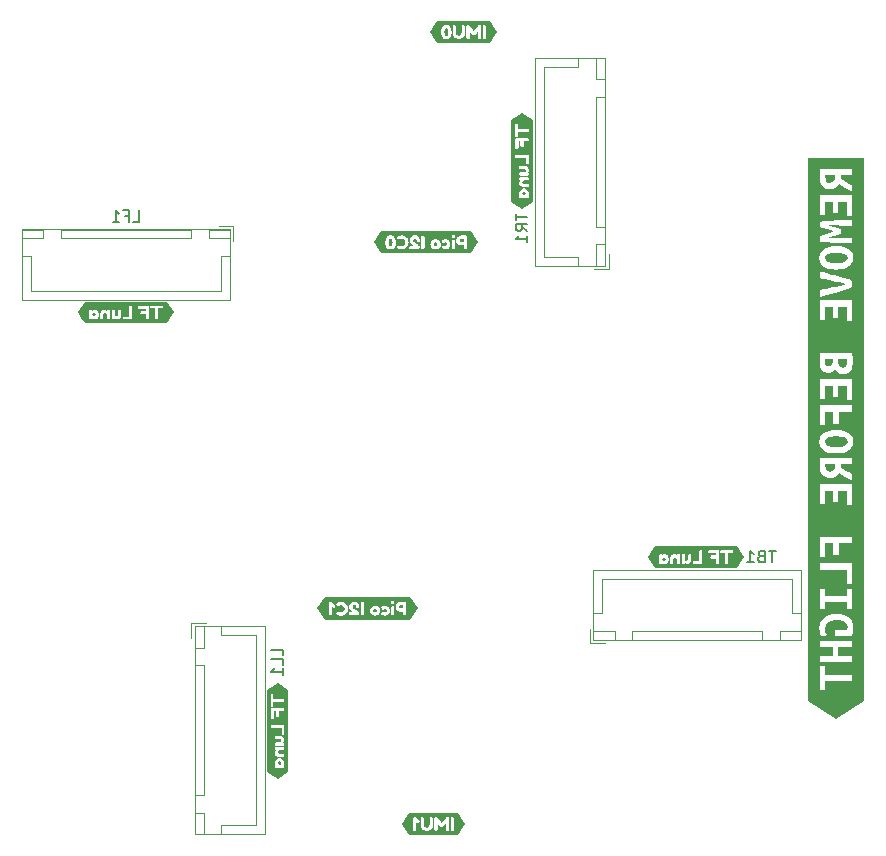
<source format=gbo>
%TF.GenerationSoftware,KiCad,Pcbnew,7.0.10*%
%TF.CreationDate,2024-01-30T15:19:49+08:00*%
%TF.ProjectId,imu-rounded,696d752d-726f-4756-9e64-65642e6b6963,rev?*%
%TF.SameCoordinates,Original*%
%TF.FileFunction,Legend,Bot*%
%TF.FilePolarity,Positive*%
%FSLAX46Y46*%
G04 Gerber Fmt 4.6, Leading zero omitted, Abs format (unit mm)*
G04 Created by KiCad (PCBNEW 7.0.10) date 2024-01-30 15:19:49*
%MOMM*%
%LPD*%
G01*
G04 APERTURE LIST*
%ADD10C,0.150000*%
%ADD11C,0.120000*%
G04 APERTURE END LIST*
D10*
X114897819Y-81288095D02*
X114897819Y-81859523D01*
X115897819Y-81573809D02*
X114897819Y-81573809D01*
X115897819Y-82764285D02*
X115421628Y-82430952D01*
X115897819Y-82192857D02*
X114897819Y-82192857D01*
X114897819Y-82192857D02*
X114897819Y-82573809D01*
X114897819Y-82573809D02*
X114945438Y-82669047D01*
X114945438Y-82669047D02*
X114993057Y-82716666D01*
X114993057Y-82716666D02*
X115088295Y-82764285D01*
X115088295Y-82764285D02*
X115231152Y-82764285D01*
X115231152Y-82764285D02*
X115326390Y-82716666D01*
X115326390Y-82716666D02*
X115374009Y-82669047D01*
X115374009Y-82669047D02*
X115421628Y-82573809D01*
X115421628Y-82573809D02*
X115421628Y-82192857D01*
X115897819Y-83716666D02*
X115897819Y-83145238D01*
X115897819Y-83430952D02*
X114897819Y-83430952D01*
X114897819Y-83430952D02*
X115040676Y-83335714D01*
X115040676Y-83335714D02*
X115135914Y-83240476D01*
X115135914Y-83240476D02*
X115183533Y-83145238D01*
X95196819Y-118681571D02*
X95196819Y-118205381D01*
X95196819Y-118205381D02*
X94196819Y-118205381D01*
X95196819Y-119491095D02*
X95196819Y-119014905D01*
X95196819Y-119014905D02*
X94196819Y-119014905D01*
X95196819Y-120348238D02*
X95196819Y-119776810D01*
X95196819Y-120062524D02*
X94196819Y-120062524D01*
X94196819Y-120062524D02*
X94339676Y-119967286D01*
X94339676Y-119967286D02*
X94434914Y-119872048D01*
X94434914Y-119872048D02*
X94482533Y-119776810D01*
X136897904Y-109817819D02*
X136326476Y-109817819D01*
X136612190Y-110817819D02*
X136612190Y-109817819D01*
X135659809Y-110294009D02*
X135516952Y-110341628D01*
X135516952Y-110341628D02*
X135469333Y-110389247D01*
X135469333Y-110389247D02*
X135421714Y-110484485D01*
X135421714Y-110484485D02*
X135421714Y-110627342D01*
X135421714Y-110627342D02*
X135469333Y-110722580D01*
X135469333Y-110722580D02*
X135516952Y-110770200D01*
X135516952Y-110770200D02*
X135612190Y-110817819D01*
X135612190Y-110817819D02*
X135993142Y-110817819D01*
X135993142Y-110817819D02*
X135993142Y-109817819D01*
X135993142Y-109817819D02*
X135659809Y-109817819D01*
X135659809Y-109817819D02*
X135564571Y-109865438D01*
X135564571Y-109865438D02*
X135516952Y-109913057D01*
X135516952Y-109913057D02*
X135469333Y-110008295D01*
X135469333Y-110008295D02*
X135469333Y-110103533D01*
X135469333Y-110103533D02*
X135516952Y-110198771D01*
X135516952Y-110198771D02*
X135564571Y-110246390D01*
X135564571Y-110246390D02*
X135659809Y-110294009D01*
X135659809Y-110294009D02*
X135993142Y-110294009D01*
X134469333Y-110817819D02*
X135040761Y-110817819D01*
X134755047Y-110817819D02*
X134755047Y-109817819D01*
X134755047Y-109817819D02*
X134850285Y-109960676D01*
X134850285Y-109960676D02*
X134945523Y-110055914D01*
X134945523Y-110055914D02*
X135040761Y-110103533D01*
X82490238Y-81994819D02*
X82966428Y-81994819D01*
X82966428Y-81994819D02*
X82966428Y-80994819D01*
X81823571Y-81471009D02*
X82156904Y-81471009D01*
X82156904Y-81994819D02*
X82156904Y-80994819D01*
X82156904Y-80994819D02*
X81680714Y-80994819D01*
X80775952Y-81994819D02*
X81347380Y-81994819D01*
X81061666Y-81994819D02*
X81061666Y-80994819D01*
X81061666Y-80994819D02*
X81156904Y-81137676D01*
X81156904Y-81137676D02*
X81252142Y-81232914D01*
X81252142Y-81232914D02*
X81347380Y-81280533D01*
%TO.C,kibuzzard-65B88CCD*%
G36*
X105358406Y-114710369D02*
G01*
X105158381Y-114710369D01*
X105064719Y-114675444D01*
X105018681Y-114570669D01*
X105064719Y-114465100D01*
X105159969Y-114429381D01*
X105358406Y-114429381D01*
X105358406Y-114710369D01*
G37*
G36*
X103104156Y-114775456D02*
G01*
X103141066Y-114824470D01*
X103153369Y-114892138D01*
X103140669Y-114959606D01*
X103102569Y-115008025D01*
X102999381Y-115046919D01*
X102894606Y-115007231D01*
X102855316Y-114958019D01*
X102842219Y-114889756D01*
X102854522Y-114821891D01*
X102891431Y-114773869D01*
X102997794Y-114735769D01*
X103104156Y-114775456D01*
G37*
G36*
X106604947Y-114706400D02*
G01*
X105970123Y-115658635D01*
X105639394Y-115658635D01*
X105499694Y-115658635D01*
X104497981Y-115658635D01*
X103823294Y-115658635D01*
X102997794Y-115658635D01*
X101916706Y-115658635D01*
X100911819Y-115658635D01*
X100098225Y-115658635D01*
X99225894Y-115658635D01*
X99084606Y-115658635D01*
X98753877Y-115658635D01*
X98431791Y-115175506D01*
X99084606Y-115175506D01*
X99086987Y-115230275D01*
X99102069Y-115272344D01*
X99144137Y-115304491D01*
X99225894Y-115315206D01*
X99305666Y-115304887D01*
X99348131Y-115273931D01*
X99363212Y-115230275D01*
X99365594Y-115172331D01*
X99365594Y-114605594D01*
X99386231Y-114624644D01*
X99497356Y-114673856D01*
X99593400Y-114618294D01*
X99643406Y-114519869D01*
X99586256Y-114426206D01*
X99483347Y-114333337D01*
X99706906Y-114333337D01*
X99740244Y-114421444D01*
X99798981Y-114485737D01*
X99851369Y-114507169D01*
X99932331Y-114472244D01*
X100010119Y-114431762D01*
X100110131Y-114418269D01*
X100212525Y-114436128D01*
X100313331Y-114489706D01*
X100392706Y-114588131D01*
X100416519Y-114655798D01*
X100424456Y-114731800D01*
X100416519Y-114807802D01*
X100392706Y-114875469D01*
X100311744Y-114975481D01*
X100212922Y-115027869D01*
X100110131Y-115045331D01*
X100017262Y-115032631D01*
X99954556Y-115007231D01*
X99925981Y-114986594D01*
X99849781Y-114954844D01*
X99798584Y-114977069D01*
X99743419Y-115043744D01*
X99708494Y-115132644D01*
X99729925Y-115188206D01*
X99779931Y-115227894D01*
X99834700Y-115261231D01*
X99941856Y-115302506D01*
X100021430Y-115321556D01*
X100098225Y-115327906D01*
X100174028Y-115322945D01*
X100250625Y-115308063D01*
X100328809Y-115281472D01*
X100409375Y-115241388D01*
X100486964Y-115189397D01*
X100503285Y-115174713D01*
X100768944Y-115174713D01*
X100779262Y-115254881D01*
X100813394Y-115296156D01*
X100911819Y-115315206D01*
X101532531Y-115315206D01*
X101630956Y-115272344D01*
X101672231Y-115172331D01*
X101775419Y-115172331D01*
X101777800Y-115227894D01*
X101792881Y-115269169D01*
X101834950Y-115301316D01*
X101916706Y-115312031D01*
X102004812Y-115296950D01*
X102046881Y-115251706D01*
X102056406Y-115170744D01*
X102056406Y-114892931D01*
X102561231Y-114892931D01*
X102578297Y-115017352D01*
X102629494Y-115127088D01*
X102705098Y-115215988D01*
X102795388Y-115277900D01*
X102894805Y-115314214D01*
X102997794Y-115326319D01*
X103100981Y-115313420D01*
X103200994Y-115274725D01*
X103291680Y-115210828D01*
X103348676Y-115143756D01*
X103513731Y-115143756D01*
X103535559Y-115202097D01*
X103601044Y-115256469D01*
X103701850Y-115304094D01*
X103823294Y-115319969D01*
X103920484Y-115308151D01*
X104015205Y-115272697D01*
X104107456Y-115213606D01*
X104147011Y-115173919D01*
X104358281Y-115173919D01*
X104360662Y-115228687D01*
X104375744Y-115270756D01*
X104416622Y-115301713D01*
X104497981Y-115312031D01*
X104578547Y-115301316D01*
X104620219Y-115269169D01*
X104633712Y-115227894D01*
X104636094Y-115172331D01*
X104636094Y-114615119D01*
X104634161Y-114570669D01*
X104739281Y-114570669D01*
X104749600Y-114668895D01*
X104780556Y-114757200D01*
X104827784Y-114832011D01*
X104886919Y-114889756D01*
X104975819Y-114946201D01*
X105066835Y-114980067D01*
X105159969Y-114991356D01*
X105358406Y-114991356D01*
X105358406Y-115170744D01*
X105360788Y-115225513D01*
X105375869Y-115267581D01*
X105417937Y-115299728D01*
X105499694Y-115310444D01*
X105587800Y-115295759D01*
X105629869Y-115251706D01*
X105639394Y-115169156D01*
X105639394Y-114288094D01*
X105637012Y-114233325D01*
X105621931Y-114191256D01*
X105579863Y-114159109D01*
X105498106Y-114148394D01*
X105158381Y-114148394D01*
X105066130Y-114159683D01*
X104975642Y-114193549D01*
X104886919Y-114249994D01*
X104827784Y-114307937D01*
X104780556Y-114383344D01*
X104749600Y-114472244D01*
X104739281Y-114570669D01*
X104634161Y-114570669D01*
X104633712Y-114560350D01*
X104620219Y-114518281D01*
X104578150Y-114487325D01*
X104497188Y-114477106D01*
X104496394Y-114477006D01*
X104388444Y-114503994D01*
X104359869Y-114572256D01*
X104358281Y-114618294D01*
X104358281Y-115173919D01*
X104147011Y-115173919D01*
X104166591Y-115154273D01*
X104213819Y-115077875D01*
X104244775Y-114988578D01*
X104255094Y-114890550D01*
X104244775Y-114792919D01*
X104213819Y-114704813D01*
X104166591Y-114629605D01*
X104107456Y-114570669D01*
X104017674Y-114512460D01*
X103924012Y-114477535D01*
X103826469Y-114465894D01*
X103708994Y-114482562D01*
X103624856Y-114515106D01*
X103599456Y-114530981D01*
X103555006Y-114561144D01*
X103513731Y-114633375D01*
X103547069Y-114724656D01*
X103603028Y-114790141D01*
X103656606Y-114811969D01*
X103742331Y-114777044D01*
X103824087Y-114750056D01*
X103923306Y-114788156D01*
X103969344Y-114893725D01*
X103924894Y-114998500D01*
X103830437Y-115035806D01*
X103736775Y-115006437D01*
X103666131Y-114977069D01*
X103613347Y-114998103D01*
X103550244Y-115061206D01*
X103513731Y-115143756D01*
X103348676Y-115143756D01*
X103366887Y-115122325D01*
X103417489Y-115014970D01*
X103434356Y-114894519D01*
X103419540Y-114774927D01*
X103375090Y-114670152D01*
X103301006Y-114580194D01*
X103207873Y-114511402D01*
X103106273Y-114470127D01*
X102996206Y-114456369D01*
X102886316Y-114470039D01*
X102785245Y-114511049D01*
X102692994Y-114579400D01*
X102619792Y-114668917D01*
X102575872Y-114773428D01*
X102561231Y-114892931D01*
X102056406Y-114892931D01*
X102056406Y-114288094D01*
X102054025Y-114233325D01*
X102050895Y-114224594D01*
X104358281Y-114224594D01*
X104360662Y-114279363D01*
X104374950Y-114320638D01*
X104417019Y-114353181D01*
X104497188Y-114362706D01*
X104577356Y-114353181D01*
X104619425Y-114319844D01*
X104633712Y-114277775D01*
X104636094Y-114223006D01*
X104633712Y-114168237D01*
X104620219Y-114127756D01*
X104578150Y-114095609D01*
X104496394Y-114084894D01*
X104416225Y-114095609D01*
X104375744Y-114127756D01*
X104360662Y-114169825D01*
X104358281Y-114224594D01*
X102050895Y-114224594D01*
X102038944Y-114191256D01*
X101996875Y-114159109D01*
X101915119Y-114148394D01*
X101826616Y-114163078D01*
X101783356Y-114207131D01*
X101775419Y-114289681D01*
X101775419Y-115172331D01*
X101672231Y-115172331D01*
X101657348Y-115089980D01*
X101612700Y-115014375D01*
X101547017Y-114947303D01*
X101469031Y-114890550D01*
X101384894Y-114839353D01*
X101300756Y-114788950D01*
X101222770Y-114735570D01*
X101157087Y-114675444D01*
X101112439Y-114609959D01*
X101097556Y-114540506D01*
X101108669Y-114500025D01*
X101133275Y-114457163D01*
X101175344Y-114426206D01*
X101254719Y-114411919D01*
X101342825Y-114449225D01*
X101384894Y-114523044D01*
X101391244Y-114559556D01*
X101391244Y-114569081D01*
X101393625Y-114621469D01*
X101408706Y-114661156D01*
X101451569Y-114689731D01*
X101532531Y-114699256D01*
X101621034Y-114684175D01*
X101664294Y-114638931D01*
X101672231Y-114557969D01*
X101659090Y-114451694D01*
X101619667Y-114353005D01*
X101553962Y-114261900D01*
X101467003Y-114189140D01*
X101363815Y-114145483D01*
X101244400Y-114130931D01*
X101124897Y-114145660D01*
X101021444Y-114189845D01*
X100934044Y-114263487D01*
X100867898Y-114356003D01*
X100828210Y-114456810D01*
X100814981Y-114565906D01*
X100824903Y-114654013D01*
X100854669Y-114737356D01*
X100898325Y-114810381D01*
X100949919Y-114867531D01*
X101061044Y-114955241D01*
X101159469Y-115008819D01*
X101199156Y-115024694D01*
X101199156Y-115032631D01*
X100908644Y-115032631D01*
X100815775Y-115047713D01*
X100778469Y-115093750D01*
X100768944Y-115174713D01*
X100503285Y-115174713D01*
X100556219Y-115127088D01*
X100615552Y-115050094D01*
X100663375Y-114954050D01*
X100694927Y-114843917D01*
X100705444Y-114724656D01*
X100695125Y-114606586D01*
X100664169Y-114500025D01*
X100617139Y-114407950D01*
X100558600Y-114333337D01*
X100489742Y-114272814D01*
X100411756Y-114223006D01*
X100307863Y-114175381D01*
X100203617Y-114146806D01*
X100099019Y-114137281D01*
X100023811Y-114143036D01*
X99947412Y-114160300D01*
X99830731Y-114207131D01*
X99792631Y-114229356D01*
X99748181Y-114257931D01*
X99706906Y-114333337D01*
X99483347Y-114333337D01*
X99325906Y-114191256D01*
X99321144Y-114188081D01*
X99231450Y-114146806D01*
X99156044Y-114154744D01*
X99114769Y-114173000D01*
X99092544Y-114207131D01*
X99084606Y-114291269D01*
X99084606Y-115175506D01*
X98431791Y-115175506D01*
X98119053Y-114706400D01*
X98753877Y-113754165D01*
X99084606Y-113754165D01*
X105639394Y-113754165D01*
X105970123Y-113754165D01*
X106604947Y-114706400D01*
G37*
%TO.C,kibuzzard-65B88A9E*%
G36*
X109101930Y-65612318D02*
G01*
X109152531Y-65672295D01*
X109182892Y-65772258D01*
X109193013Y-65912206D01*
X109182991Y-66052154D01*
X109152928Y-66152117D01*
X109102823Y-66212095D01*
X109032675Y-66232088D01*
X108961138Y-66212641D01*
X108910041Y-66154300D01*
X108879382Y-66057066D01*
X108869162Y-65920938D01*
X108869162Y-65911413D01*
X108879283Y-65771812D01*
X108909644Y-65672097D01*
X108960245Y-65612268D01*
X109031088Y-65592325D01*
X109101930Y-65612318D01*
G37*
G36*
X113344149Y-65913000D02*
G01*
X112722554Y-66845392D01*
X112391825Y-66845392D01*
X112252125Y-66845392D01*
X110866237Y-66845392D01*
X110092331Y-66845392D01*
X109029500Y-66845392D01*
X108588175Y-66845392D01*
X108257446Y-66845392D01*
X107635851Y-65913000D01*
X108588175Y-65913000D01*
X108595914Y-66049227D01*
X108619131Y-66170572D01*
X108657827Y-66277034D01*
X108712000Y-66368613D01*
X108766967Y-66426556D01*
X108839794Y-66473388D01*
X108928098Y-66504344D01*
X109029500Y-66514663D01*
X109131298Y-66504145D01*
X109220794Y-66472594D01*
X109295009Y-66425564D01*
X109350969Y-66368613D01*
X109393633Y-66300747D01*
X109427963Y-66220975D01*
X109453539Y-66125901D01*
X109468885Y-66022714D01*
X109472249Y-65949513D01*
X109577187Y-65949513D01*
X109585323Y-66051906D01*
X109609731Y-66149538D01*
X109650411Y-66242406D01*
X109707362Y-66330513D01*
X109779991Y-66403736D01*
X109870875Y-66461481D01*
X109976245Y-66498986D01*
X110092331Y-66511488D01*
X110208219Y-66498788D01*
X110312994Y-66460688D01*
X110402886Y-66401950D01*
X110449873Y-66352738D01*
X110729712Y-66352738D01*
X110744794Y-66439653D01*
X110790037Y-66481325D01*
X110866237Y-66490850D01*
X110939262Y-66482913D01*
X110980537Y-66463863D01*
X111002762Y-66432113D01*
X111010700Y-66349563D01*
X111010700Y-65817750D01*
X111059516Y-65881448D01*
X111126587Y-65974119D01*
X111188897Y-66061233D01*
X111223425Y-66108263D01*
X111252000Y-66145569D01*
X111290894Y-66174144D01*
X111357569Y-66192400D01*
X111422656Y-66175731D01*
X111464725Y-66143188D01*
X111477425Y-66125725D01*
X111524653Y-66063614D01*
X111602838Y-65956656D01*
X111675069Y-65857239D01*
X111704437Y-65817750D01*
X111704437Y-66352738D01*
X111706819Y-66407506D01*
X111721900Y-66447988D01*
X111764762Y-66480134D01*
X111845725Y-66490850D01*
X111924306Y-66480134D01*
X111966375Y-66447988D01*
X111981456Y-66406713D01*
X111983705Y-66352738D01*
X112110838Y-66352738D01*
X112113219Y-66408300D01*
X112128300Y-66449575D01*
X112170369Y-66481722D01*
X112252125Y-66492438D01*
X112340231Y-66477356D01*
X112382300Y-66432113D01*
X112391825Y-66351150D01*
X112391825Y-65468500D01*
X112389444Y-65413731D01*
X112374362Y-65371663D01*
X112332294Y-65339516D01*
X112250537Y-65328800D01*
X112162034Y-65343484D01*
X112118775Y-65387537D01*
X112110838Y-65470088D01*
X112110838Y-66352738D01*
X111983705Y-66352738D01*
X111983837Y-66349563D01*
X111983837Y-65468500D01*
X111981456Y-65413731D01*
X111966375Y-65371663D01*
X111923512Y-65340706D01*
X111842550Y-65330387D01*
X111768731Y-65340706D01*
X111728250Y-65362138D01*
X111718725Y-65371663D01*
X111358362Y-65844738D01*
X111257588Y-65711578D01*
X111171164Y-65597850D01*
X111099092Y-65503552D01*
X111041370Y-65428685D01*
X110998000Y-65373250D01*
X110952558Y-65341103D01*
X110870206Y-65330387D01*
X110789045Y-65341103D01*
X110747175Y-65373250D01*
X110732094Y-65416112D01*
X110729712Y-65471675D01*
X110729712Y-66352738D01*
X110449873Y-66352738D01*
X110474125Y-66327338D01*
X110530382Y-66240422D01*
X110570566Y-66147950D01*
X110594676Y-66049922D01*
X110602712Y-65946338D01*
X110602712Y-65468500D01*
X110600331Y-65412144D01*
X110585250Y-65370075D01*
X110542387Y-65336737D01*
X110461425Y-65327213D01*
X110380462Y-65336737D01*
X110339187Y-65370075D01*
X110320137Y-65470088D01*
X110320137Y-65946338D01*
X110308231Y-66040794D01*
X110272512Y-66130488D01*
X110201075Y-66201925D01*
X110088362Y-66228913D01*
X109987159Y-66207481D01*
X109915325Y-66143188D01*
X109872462Y-66050716D01*
X109858175Y-65944750D01*
X109858175Y-65458975D01*
X109842300Y-65371663D01*
X109796262Y-65336737D01*
X109720856Y-65327213D01*
X109648625Y-65335150D01*
X109607350Y-65354200D01*
X109586713Y-65387537D01*
X109577187Y-65470088D01*
X109577187Y-65949513D01*
X109472249Y-65949513D01*
X109474000Y-65911413D01*
X109469855Y-65810694D01*
X109457419Y-65720207D01*
X109436694Y-65639950D01*
X109397205Y-65539342D01*
X109353350Y-65462944D01*
X109297986Y-65403809D01*
X109223969Y-65354994D01*
X109134077Y-65322252D01*
X109031088Y-65311337D01*
X108928495Y-65322053D01*
X108839794Y-65354200D01*
X108766769Y-65402222D01*
X108711206Y-65460563D01*
X108668939Y-65529619D01*
X108635800Y-65609788D01*
X108609342Y-65706978D01*
X108593467Y-65808049D01*
X108588175Y-65913000D01*
X107635851Y-65913000D01*
X108257446Y-64980608D01*
X108588175Y-64980608D01*
X112391825Y-64980608D01*
X112722554Y-64980608D01*
X113344149Y-65913000D01*
G37*
%TO.C,kibuzzard-65B88D4B*%
G36*
X115702556Y-79455169D02*
G01*
X115744625Y-79555181D01*
X115701762Y-79652813D01*
X115607306Y-79691706D01*
X115511263Y-79654400D01*
X115466812Y-79554388D01*
X115511263Y-79452788D01*
X115608100Y-79413894D01*
X115702556Y-79455169D01*
G37*
G36*
X116356342Y-75030806D02*
G01*
X116356342Y-77015181D01*
X116356342Y-77931169D01*
X116356342Y-78893194D01*
X116356342Y-79854425D01*
X116356342Y-79979044D01*
X116356342Y-80309773D01*
X115443000Y-80918667D01*
X114529658Y-80309773D01*
X114529658Y-79979044D01*
X114529658Y-79828231D01*
X115189000Y-79828231D01*
X115198525Y-79920306D01*
X115231862Y-79962375D01*
X115273931Y-79976663D01*
X115328700Y-79979044D01*
X115884325Y-79979044D01*
X115939094Y-79976663D01*
X115981163Y-79963169D01*
X116012119Y-79924870D01*
X116022438Y-79854425D01*
X116001006Y-79738538D01*
X115938300Y-79704406D01*
X116001403Y-79626023D01*
X116022438Y-79508350D01*
X116008503Y-79419009D01*
X115966699Y-79334078D01*
X115897025Y-79253556D01*
X115808919Y-79188292D01*
X115711817Y-79149134D01*
X115605719Y-79136081D01*
X115499709Y-79149222D01*
X115402872Y-79188645D01*
X115315206Y-79254350D01*
X115245974Y-79335753D01*
X115204434Y-79422272D01*
X115190587Y-79513906D01*
X115209637Y-79612331D01*
X115245356Y-79674244D01*
X115277900Y-79702819D01*
X115211225Y-79738934D01*
X115189000Y-79828231D01*
X114529658Y-79828231D01*
X114529658Y-78663006D01*
X115189000Y-78663006D01*
X115202494Y-78762931D01*
X115242975Y-78851037D01*
X115310444Y-78927325D01*
X115397315Y-78985974D01*
X115496005Y-79021164D01*
X115606513Y-79032894D01*
X115885912Y-79032894D01*
X115940681Y-79030513D01*
X115981163Y-79017019D01*
X116013309Y-78974950D01*
X116024025Y-78893194D01*
X116009341Y-78804294D01*
X115965288Y-78763019D01*
X115884325Y-78753494D01*
X115604925Y-78753494D01*
X115503325Y-78716187D01*
X115466812Y-78616175D01*
X115504912Y-78514575D01*
X115604925Y-78475681D01*
X115885912Y-78475681D01*
X115940681Y-78473300D01*
X115981163Y-78458219D01*
X116013309Y-78417341D01*
X116024025Y-78335981D01*
X116013309Y-78255416D01*
X115981163Y-78213744D01*
X115939094Y-78200250D01*
X115884325Y-78197869D01*
X115322350Y-78197869D01*
X115269169Y-78200250D01*
X115228687Y-78215331D01*
X115198922Y-78257003D01*
X115189000Y-78337569D01*
X115198128Y-78415753D01*
X115225512Y-78456631D01*
X115290600Y-78472506D01*
X115258850Y-78501081D01*
X115225512Y-78543944D01*
X115189000Y-78663006D01*
X114529658Y-78663006D01*
X114529658Y-77932756D01*
X115187412Y-77932756D01*
X115198128Y-78013322D01*
X115230275Y-78054994D01*
X115272344Y-78068488D01*
X115327112Y-78070869D01*
X115889087Y-78070869D01*
X115942269Y-78068488D01*
X115982750Y-78053406D01*
X116013706Y-78010941D01*
X116024025Y-77931169D01*
X116014500Y-77852984D01*
X115985925Y-77812106D01*
X115920838Y-77796231D01*
X115952588Y-77767656D01*
X115987513Y-77724794D01*
X116022438Y-77607319D01*
X116008944Y-77506513D01*
X115968463Y-77417877D01*
X115900994Y-77341413D01*
X115814122Y-77282763D01*
X115715433Y-77247574D01*
X115604925Y-77235844D01*
X115327112Y-77235844D01*
X115271550Y-77238225D01*
X115230275Y-77251719D01*
X115198128Y-77293788D01*
X115187412Y-77375544D01*
X115202494Y-77463650D01*
X115247737Y-77505719D01*
X115328700Y-77515244D01*
X115606513Y-77515244D01*
X115708113Y-77552550D01*
X115744625Y-77652563D01*
X115706525Y-77754163D01*
X115606513Y-77793056D01*
X115325525Y-77793056D01*
X115270756Y-77795438D01*
X115228687Y-77810519D01*
X115197731Y-77851397D01*
X115187412Y-77932756D01*
X114529658Y-77932756D01*
X114529658Y-76445269D01*
X114861975Y-76445269D01*
X114876659Y-76533772D01*
X114920712Y-76577031D01*
X115003262Y-76584969D01*
X115790663Y-76584969D01*
X115790663Y-77016769D01*
X115802569Y-77092969D01*
X115839875Y-77124719D01*
X115907344Y-77132656D01*
X115974812Y-77124719D01*
X116009738Y-77097731D01*
X116025613Y-77015181D01*
X116025613Y-76443681D01*
X116010531Y-76355575D01*
X115965288Y-76313506D01*
X115884325Y-76303981D01*
X115001675Y-76303981D01*
X114946906Y-76306363D01*
X114904837Y-76321444D01*
X114872691Y-76363513D01*
X114861975Y-76445269D01*
X114529658Y-76445269D01*
X114529658Y-75661044D01*
X114861975Y-75661044D01*
X114864356Y-75715813D01*
X114879437Y-75757088D01*
X114922300Y-75789631D01*
X115003262Y-75799156D01*
X115084225Y-75789631D01*
X115126294Y-75756294D01*
X115140581Y-75714225D01*
X115142963Y-75657869D01*
X115142963Y-75172094D01*
X115303300Y-75172094D01*
X115303300Y-75484831D01*
X115305681Y-75541188D01*
X115320762Y-75583256D01*
X115364022Y-75614213D01*
X115446175Y-75624531D01*
X115534678Y-75609450D01*
X115577937Y-75564206D01*
X115585875Y-75483244D01*
X115585875Y-75172094D01*
X115885912Y-75172094D01*
X115941475Y-75169713D01*
X115982750Y-75154631D01*
X116014897Y-75112563D01*
X116025613Y-75030806D01*
X116010531Y-74942700D01*
X115965288Y-74900631D01*
X115884325Y-74891106D01*
X115001675Y-74891106D01*
X114891344Y-74921269D01*
X114861975Y-75035569D01*
X114861975Y-75661044D01*
X114529658Y-75661044D01*
X114529658Y-74689494D01*
X114860387Y-74689494D01*
X114872294Y-74764106D01*
X114909600Y-74795856D01*
X114976275Y-74803794D01*
X115042156Y-74795856D01*
X115076287Y-74768869D01*
X115090575Y-74687906D01*
X115090575Y-74384694D01*
X115889087Y-74384694D01*
X115943062Y-74382312D01*
X115983544Y-74368025D01*
X116016088Y-74325956D01*
X116025613Y-74246581D01*
X116016088Y-74168000D01*
X115983544Y-74126725D01*
X115942269Y-74112437D01*
X115887500Y-74110056D01*
X115090575Y-74110056D01*
X115090575Y-73805256D01*
X115078669Y-73730644D01*
X115041362Y-73698894D01*
X114974687Y-73690956D01*
X114908806Y-73698894D01*
X114874675Y-73725881D01*
X114860387Y-73806844D01*
X114860387Y-74689494D01*
X114529658Y-74689494D01*
X114529658Y-73690956D01*
X114529658Y-73360227D01*
X115443000Y-72751333D01*
X116356342Y-73360227D01*
X116356342Y-73690956D01*
X116356342Y-74246581D01*
X116356342Y-75030806D01*
G37*
D11*
%TO.C,TR1*%
X122765000Y-85995000D02*
X121515000Y-85995000D01*
X116505000Y-85705000D02*
X116505000Y-68085000D01*
X122475000Y-85705000D02*
X116505000Y-85705000D01*
X120215000Y-85695000D02*
X120215000Y-84945000D01*
X121715000Y-85695000D02*
X121715000Y-83895000D01*
X122465000Y-85695000D02*
X121715000Y-85695000D01*
X117265000Y-84945000D02*
X117265000Y-76895000D01*
X120215000Y-84945000D02*
X117265000Y-84945000D01*
X122765000Y-84745000D02*
X122765000Y-85995000D01*
X121715000Y-83895000D02*
X122465000Y-83895000D01*
X122465000Y-83895000D02*
X122465000Y-85695000D01*
X121715000Y-82395000D02*
X121715000Y-71395000D01*
X122465000Y-82395000D02*
X121715000Y-82395000D01*
X121715000Y-71395000D02*
X122465000Y-71395000D01*
X122465000Y-71395000D02*
X122465000Y-82395000D01*
X121715000Y-69895000D02*
X121715000Y-68095000D01*
X122465000Y-69895000D02*
X121715000Y-69895000D01*
X117265000Y-68845000D02*
X117265000Y-76895000D01*
X120215000Y-68845000D02*
X117265000Y-68845000D01*
X120215000Y-68095000D02*
X120215000Y-68845000D01*
X121715000Y-68095000D02*
X122465000Y-68095000D01*
X122465000Y-68095000D02*
X122465000Y-69895000D01*
X116505000Y-68085000D02*
X122475000Y-68085000D01*
X122475000Y-68085000D02*
X122475000Y-85705000D01*
%TO.C,kibuzzard-65B88AB7*%
G36*
X110626349Y-132969000D02*
G01*
X110011104Y-133891867D01*
X109680375Y-133891867D01*
X109540675Y-133891867D01*
X108154788Y-133891867D01*
X107380881Y-133891867D01*
X106360913Y-133891867D01*
X106219625Y-133891867D01*
X105888896Y-133891867D01*
X105564692Y-133405562D01*
X106219625Y-133405562D01*
X106222006Y-133460331D01*
X106237088Y-133502400D01*
X106279156Y-133534547D01*
X106360913Y-133545262D01*
X106440684Y-133534944D01*
X106483150Y-133503988D01*
X106498231Y-133460331D01*
X106500613Y-133402387D01*
X106500613Y-132999162D01*
X106865737Y-132999162D01*
X106873873Y-133101556D01*
X106898281Y-133199188D01*
X106938961Y-133292056D01*
X106995913Y-133380163D01*
X107068541Y-133453386D01*
X107159425Y-133511131D01*
X107264795Y-133548636D01*
X107380881Y-133561138D01*
X107496769Y-133548437D01*
X107601544Y-133510337D01*
X107691436Y-133451600D01*
X107738424Y-133402387D01*
X108018263Y-133402387D01*
X108033344Y-133489303D01*
X108078588Y-133530975D01*
X108154788Y-133540500D01*
X108227813Y-133532563D01*
X108269088Y-133513513D01*
X108291313Y-133481763D01*
X108299250Y-133399213D01*
X108299250Y-132867400D01*
X108348066Y-132931098D01*
X108415138Y-133023769D01*
X108477447Y-133110883D01*
X108511975Y-133157912D01*
X108540550Y-133195219D01*
X108579444Y-133223794D01*
X108646119Y-133242050D01*
X108711206Y-133225381D01*
X108753275Y-133192837D01*
X108765975Y-133175375D01*
X108813203Y-133113264D01*
X108891388Y-133006306D01*
X108963619Y-132906889D01*
X108992988Y-132867400D01*
X108992988Y-133402387D01*
X108995369Y-133457156D01*
X109010450Y-133497638D01*
X109053313Y-133529784D01*
X109134275Y-133540500D01*
X109212856Y-133529784D01*
X109254925Y-133497638D01*
X109270006Y-133456363D01*
X109272256Y-133402387D01*
X109399388Y-133402387D01*
X109401769Y-133457950D01*
X109416850Y-133499225D01*
X109458919Y-133531372D01*
X109540675Y-133542088D01*
X109628781Y-133527006D01*
X109670850Y-133481763D01*
X109680375Y-133400800D01*
X109680375Y-132518150D01*
X109677994Y-132463381D01*
X109662913Y-132421312D01*
X109620844Y-132389166D01*
X109539088Y-132378450D01*
X109450584Y-132393134D01*
X109407325Y-132437187D01*
X109399388Y-132519737D01*
X109399388Y-133402387D01*
X109272256Y-133402387D01*
X109272388Y-133399213D01*
X109272388Y-132518150D01*
X109270006Y-132463381D01*
X109254925Y-132421312D01*
X109212063Y-132390356D01*
X109131100Y-132380037D01*
X109057281Y-132390356D01*
X109016800Y-132411787D01*
X109007275Y-132421312D01*
X108646913Y-132894387D01*
X108546138Y-132761228D01*
X108459714Y-132647499D01*
X108387642Y-132553202D01*
X108329920Y-132478335D01*
X108286550Y-132422900D01*
X108241108Y-132390753D01*
X108158756Y-132380037D01*
X108077595Y-132390753D01*
X108035725Y-132422900D01*
X108020644Y-132465762D01*
X108018263Y-132521325D01*
X108018263Y-133402387D01*
X107738424Y-133402387D01*
X107762675Y-133376988D01*
X107818932Y-133290072D01*
X107859116Y-133197600D01*
X107883226Y-133099572D01*
X107891263Y-132995987D01*
X107891263Y-132518150D01*
X107888881Y-132461794D01*
X107873800Y-132419725D01*
X107830938Y-132386387D01*
X107749975Y-132376862D01*
X107669013Y-132386387D01*
X107627738Y-132419725D01*
X107608687Y-132519737D01*
X107608687Y-132995987D01*
X107596781Y-133090444D01*
X107561063Y-133180137D01*
X107489625Y-133251575D01*
X107376913Y-133278562D01*
X107275709Y-133257131D01*
X107203875Y-133192837D01*
X107161013Y-133100366D01*
X107146725Y-132994400D01*
X107146725Y-132508625D01*
X107130850Y-132421312D01*
X107084812Y-132386387D01*
X107009406Y-132376862D01*
X106937175Y-132384800D01*
X106895900Y-132403850D01*
X106875263Y-132437187D01*
X106865737Y-132519737D01*
X106865737Y-132999162D01*
X106500613Y-132999162D01*
X106500613Y-132835650D01*
X106521250Y-132854700D01*
X106632375Y-132903912D01*
X106728419Y-132848350D01*
X106778425Y-132749925D01*
X106721275Y-132656262D01*
X106460925Y-132421312D01*
X106456163Y-132418137D01*
X106366469Y-132376862D01*
X106291063Y-132384800D01*
X106249787Y-132403056D01*
X106227563Y-132437187D01*
X106219625Y-132521325D01*
X106219625Y-133405562D01*
X105564692Y-133405562D01*
X105273651Y-132969000D01*
X105888896Y-132046133D01*
X106219625Y-132046133D01*
X109680375Y-132046133D01*
X110011104Y-132046133D01*
X110626349Y-132969000D01*
G37*
%TO.C,kibuzzard-65B8A084*%
G36*
X142970250Y-93724236D02*
G01*
X142974695Y-93859809D01*
X142959137Y-94042054D01*
X142901352Y-94199851D01*
X142781337Y-94313199D01*
X142583535Y-94357649D01*
X142296832Y-94230966D01*
X142210155Y-93890924D01*
X142210155Y-93597554D01*
X142956915Y-93597554D01*
X142970250Y-93724236D01*
G37*
G36*
X141756765Y-93810914D02*
G01*
X141665642Y-94126509D01*
X141414500Y-94233189D01*
X141256702Y-94202074D01*
X141163357Y-94117619D01*
X141118907Y-93993159D01*
X141107795Y-93846474D01*
X141112240Y-93717569D01*
X141125575Y-93597554D01*
X141756765Y-93597554D01*
X141756765Y-93810914D01*
G37*
G36*
X141947900Y-78160069D02*
G01*
X141920674Y-78401210D01*
X141838997Y-78564564D01*
X141530070Y-78689024D01*
X141341157Y-78655686D01*
X141210030Y-78555674D01*
X141133354Y-78401210D01*
X141107795Y-78204519D01*
X141110017Y-78128954D01*
X141121130Y-78040054D01*
X141947900Y-78040054D01*
X141947900Y-78160069D01*
G37*
G36*
X141947900Y-102607569D02*
G01*
X141920674Y-102848710D01*
X141838997Y-103012064D01*
X141530070Y-103136524D01*
X141341157Y-103103186D01*
X141210030Y-103003174D01*
X141133354Y-102848710D01*
X141107795Y-102652019D01*
X141110017Y-102576454D01*
X141121130Y-102487554D01*
X141947900Y-102487554D01*
X141947900Y-102607569D01*
G37*
G36*
X142230713Y-84600318D02*
G01*
X142412402Y-84611986D01*
X142716885Y-84674216D01*
X142921355Y-84805344D01*
X142996920Y-85032039D01*
X142921355Y-85256511D01*
X142714662Y-85389861D01*
X142410180Y-85452091D01*
X142230157Y-85463759D01*
X142036800Y-85467649D01*
X141842887Y-85463759D01*
X141661197Y-85452091D01*
X141356715Y-85389861D01*
X141152245Y-85258734D01*
X141076680Y-85032039D01*
X141152245Y-84805344D01*
X141358937Y-84674216D01*
X141663420Y-84611986D01*
X141843442Y-84600318D01*
X142036800Y-84596429D01*
X142230713Y-84600318D01*
G37*
G36*
X142230713Y-100157818D02*
G01*
X142412402Y-100169486D01*
X142716885Y-100231716D01*
X142921355Y-100362844D01*
X142996920Y-100589539D01*
X142921355Y-100814011D01*
X142714662Y-100947361D01*
X142410180Y-101009591D01*
X142230157Y-101021259D01*
X142036800Y-101025149D01*
X141842887Y-101021259D01*
X141661197Y-101009591D01*
X141356715Y-100947361D01*
X141152245Y-100816234D01*
X141076680Y-100589539D01*
X141152245Y-100362844D01*
X141358937Y-100231716D01*
X141663420Y-100169486D01*
X141843442Y-100157818D01*
X142036800Y-100153929D01*
X142230713Y-100157818D01*
G37*
G36*
X144398577Y-79755824D02*
G01*
X144398577Y-83818554D01*
X144398577Y-85036484D01*
X144398577Y-86970059D01*
X144398577Y-88645824D01*
X144398577Y-93815359D01*
X144398577Y-95313324D01*
X144398577Y-97535824D01*
X144398577Y-100593984D01*
X144398577Y-103874394D01*
X144398577Y-104203324D01*
X144398577Y-108648324D01*
X144398577Y-112635489D01*
X144398577Y-113053319D01*
X144398577Y-116280389D01*
X144398577Y-119280764D01*
X144398577Y-120867629D01*
X144398577Y-121592164D01*
X144398577Y-122518205D01*
X142036800Y-124092723D01*
X139675023Y-122518205D01*
X139675023Y-121592164D01*
X140663295Y-121592164D01*
X141116685Y-121592164D01*
X141116685Y-120867629D01*
X143414750Y-120867629D01*
X143414750Y-120316449D01*
X141116685Y-120316449D01*
X141116685Y-119591914D01*
X140663295Y-119591914D01*
X140663295Y-121592164D01*
X139675023Y-121592164D01*
X139675023Y-119280764D01*
X140663295Y-119280764D01*
X143414750Y-119280764D01*
X143414750Y-118734029D01*
X142201265Y-118734029D01*
X142201265Y-118005049D01*
X143414750Y-118005049D01*
X143414750Y-117458314D01*
X140663295Y-117458314D01*
X140663295Y-118005049D01*
X141747875Y-118005049D01*
X141747875Y-118734029D01*
X140663295Y-118734029D01*
X140663295Y-119280764D01*
X139675023Y-119280764D01*
X139675023Y-116347064D01*
X140601065Y-116347064D01*
X140625512Y-116633766D01*
X140681075Y-116853794D01*
X140747750Y-117007146D01*
X140801090Y-117098269D01*
X141236700Y-116956029D01*
X141125575Y-116715999D01*
X141076680Y-116422629D01*
X141147800Y-116093699D01*
X141345602Y-115873671D01*
X141647862Y-115749211D01*
X141832886Y-115720874D01*
X142036800Y-115711429D01*
X142336837Y-115728715D01*
X142579090Y-115780573D01*
X142763558Y-115867004D01*
X142938579Y-116059250D01*
X142996920Y-116324839D01*
X142992475Y-116431519D01*
X142979140Y-116538199D01*
X141974570Y-116538199D01*
X141974570Y-117084934D01*
X143348075Y-117084934D01*
X143428085Y-116780451D01*
X143461423Y-116552089D01*
X143472535Y-116280389D01*
X143449754Y-116035358D01*
X143381412Y-115815886D01*
X143268065Y-115624195D01*
X143110267Y-115462509D01*
X142908020Y-115332492D01*
X142661322Y-115235814D01*
X142370731Y-115175806D01*
X142036800Y-115155804D01*
X141706203Y-115179140D01*
X141416722Y-115249149D01*
X141169469Y-115359162D01*
X140965555Y-115502514D01*
X140806091Y-115676980D01*
X140692187Y-115880339D01*
X140623846Y-116105922D01*
X140601065Y-116347064D01*
X139675023Y-116347064D01*
X139675023Y-114800204D01*
X140663295Y-114800204D01*
X141116685Y-114800204D01*
X141116685Y-114204574D01*
X142961360Y-114204574D01*
X142961360Y-114800204D01*
X143414750Y-114800204D01*
X143414750Y-113053319D01*
X142961360Y-113053319D01*
X142961360Y-113653394D01*
X141116685Y-113653394D01*
X141116685Y-113053319D01*
X140663295Y-113053319D01*
X140663295Y-114800204D01*
X139675023Y-114800204D01*
X139675023Y-111457564D01*
X140663295Y-111457564D01*
X142961360Y-111457564D01*
X142961360Y-112635489D01*
X143414750Y-112635489D01*
X143414750Y-110906384D01*
X140663295Y-110906384D01*
X140663295Y-111457564D01*
X139675023Y-111457564D01*
X139675023Y-110332979D01*
X140663295Y-110332979D01*
X141116685Y-110332979D01*
X141116685Y-109195059D01*
X141783435Y-109195059D01*
X141783435Y-110190739D01*
X142236825Y-110190739D01*
X142236825Y-109195059D01*
X143414750Y-109195059D01*
X143414750Y-108648324D01*
X140663295Y-108648324D01*
X140663295Y-110332979D01*
X139675023Y-110332979D01*
X139675023Y-105870199D01*
X140663295Y-105870199D01*
X141116685Y-105870199D01*
X141116685Y-104750059D01*
X141734540Y-104750059D01*
X141734540Y-105723514D01*
X142187930Y-105723514D01*
X142187930Y-104750059D01*
X142961360Y-104750059D01*
X142961360Y-105967989D01*
X143414750Y-105967989D01*
X143414750Y-104203324D01*
X140663295Y-104203324D01*
X140663295Y-105870199D01*
X139675023Y-105870199D01*
X139675023Y-102652019D01*
X140632180Y-102652019D01*
X140645515Y-102876491D01*
X140685520Y-103078739D01*
X140753306Y-103256539D01*
X140849985Y-103407669D01*
X141132242Y-103618806D01*
X141318377Y-103673813D01*
X141534515Y-103692149D01*
X141763432Y-103667701D01*
X141970125Y-103594359D01*
X142142369Y-103464342D01*
X142267940Y-103269874D01*
X142523527Y-103429894D01*
X142816897Y-103594359D01*
X143123602Y-103747711D01*
X143414750Y-103874394D01*
X143414750Y-103300989D01*
X143153051Y-103190419D01*
X142901352Y-103063181D01*
X142652988Y-102922608D01*
X142401290Y-102772034D01*
X142401290Y-102487554D01*
X143414750Y-102487554D01*
X143414750Y-101940819D01*
X140703300Y-101940819D01*
X140669962Y-102116396D01*
X140647737Y-102309754D01*
X140636625Y-102496444D01*
X140632180Y-102652019D01*
X139675023Y-102652019D01*
X139675023Y-100589539D01*
X140601065Y-100589539D01*
X140641317Y-100886860D01*
X140762073Y-101132816D01*
X140963332Y-101327409D01*
X141166275Y-101438256D01*
X141412833Y-101517432D01*
X141703008Y-101564938D01*
X142036800Y-101580774D01*
X142370592Y-101564660D01*
X142660767Y-101516321D01*
X142907325Y-101435755D01*
X143110267Y-101322964D01*
X143311527Y-101127384D01*
X143432283Y-100884390D01*
X143472535Y-100593984D01*
X143432283Y-100296416D01*
X143311527Y-100049718D01*
X143110267Y-99853891D01*
X142907325Y-99742072D01*
X142660767Y-99662200D01*
X142370592Y-99614278D01*
X142036800Y-99598304D01*
X141703008Y-99614695D01*
X141412833Y-99663867D01*
X141166275Y-99745822D01*
X140963332Y-99860559D01*
X140762073Y-100058114D01*
X140641317Y-100301108D01*
X140601065Y-100589539D01*
X139675023Y-100589539D01*
X139675023Y-99220479D01*
X140663295Y-99220479D01*
X141116685Y-99220479D01*
X141116685Y-98082559D01*
X141783435Y-98082559D01*
X141783435Y-99078239D01*
X142236825Y-99078239D01*
X142236825Y-98082559D01*
X143414750Y-98082559D01*
X143414750Y-97535824D01*
X140663295Y-97535824D01*
X140663295Y-99220479D01*
X139675023Y-99220479D01*
X139675023Y-96980199D01*
X140663295Y-96980199D01*
X141116685Y-96980199D01*
X141116685Y-95860059D01*
X141734540Y-95860059D01*
X141734540Y-96833514D01*
X142187930Y-96833514D01*
X142187930Y-95860059D01*
X142961360Y-95860059D01*
X142961360Y-97077989D01*
X143414750Y-97077989D01*
X143414750Y-95313324D01*
X140663295Y-95313324D01*
X140663295Y-96980199D01*
X139675023Y-96980199D01*
X139675023Y-93762019D01*
X140632180Y-93762019D01*
X140648293Y-94044276D01*
X140696632Y-94268749D01*
X140865542Y-94575454D01*
X141098905Y-94726584D01*
X141356715Y-94766589D01*
X141541182Y-94742697D01*
X141703425Y-94671021D01*
X141943455Y-94415434D01*
X142063470Y-94650463D01*
X142219045Y-94795481D01*
X142396845Y-94870490D01*
X142583535Y-94895494D01*
X142811897Y-94874380D01*
X142999142Y-94811039D01*
X143265842Y-94582121D01*
X143351409Y-94424324D01*
X143408082Y-94239856D01*
X143439753Y-94034830D01*
X143450310Y-93815359D01*
X143445309Y-93629780D01*
X143430307Y-93437534D01*
X143405304Y-93243065D01*
X143370300Y-93050819D01*
X140698855Y-93050819D01*
X140652182Y-93393084D01*
X140632180Y-93762019D01*
X139675023Y-93762019D01*
X139675023Y-90312699D01*
X140663295Y-90312699D01*
X141116685Y-90312699D01*
X141116685Y-89192559D01*
X141734540Y-89192559D01*
X141734540Y-90166014D01*
X142187930Y-90166014D01*
X142187930Y-89192559D01*
X142961360Y-89192559D01*
X142961360Y-90410489D01*
X143414750Y-90410489D01*
X143414750Y-88645824D01*
X140663295Y-88645824D01*
X140663295Y-90312699D01*
X139675023Y-90312699D01*
X139675023Y-88312449D01*
X140663295Y-88312449D01*
X140945552Y-88252997D01*
X141258925Y-88181321D01*
X141596189Y-88097977D01*
X141950122Y-88003521D01*
X142193116Y-87934624D01*
X142439073Y-87861281D01*
X142687992Y-87783494D01*
X142935678Y-87702496D01*
X143177930Y-87619523D01*
X143414750Y-87534574D01*
X143414750Y-86970059D01*
X143088042Y-86860045D01*
X142721330Y-86743364D01*
X142463767Y-86664835D01*
X142206698Y-86589270D01*
X141950122Y-86516669D01*
X141698486Y-86448018D01*
X141456234Y-86384306D01*
X141223365Y-86325534D01*
X140912215Y-86252191D01*
X140663295Y-86201074D01*
X140663295Y-86778924D01*
X140893879Y-86812261D01*
X141158912Y-86858934D01*
X141445615Y-86915052D01*
X141741207Y-86976726D01*
X142039022Y-87043401D01*
X142332392Y-87114521D01*
X142608538Y-87187308D01*
X142854680Y-87258984D01*
X142611872Y-87330104D01*
X142336837Y-87401224D01*
X142043467Y-87470121D01*
X141745652Y-87534574D01*
X141449504Y-87594581D01*
X141161135Y-87650144D01*
X140894435Y-87699039D01*
X140663295Y-87739044D01*
X140663295Y-88312449D01*
X139675023Y-88312449D01*
X139675023Y-85032039D01*
X140601065Y-85032039D01*
X140641317Y-85329360D01*
X140762073Y-85575316D01*
X140963332Y-85769909D01*
X141166275Y-85880756D01*
X141412833Y-85959932D01*
X141703008Y-86007438D01*
X142036800Y-86023274D01*
X142370592Y-86007160D01*
X142660767Y-85958821D01*
X142907325Y-85878255D01*
X143110267Y-85765464D01*
X143311527Y-85569884D01*
X143432283Y-85326890D01*
X143472535Y-85036484D01*
X143432283Y-84738916D01*
X143311527Y-84492218D01*
X143110267Y-84296391D01*
X142907325Y-84184572D01*
X142660767Y-84104700D01*
X142370592Y-84056778D01*
X142036800Y-84040804D01*
X141703008Y-84057195D01*
X141412833Y-84106367D01*
X141166275Y-84188322D01*
X140963332Y-84303059D01*
X140762073Y-84500614D01*
X140641317Y-84743607D01*
X140601065Y-85032039D01*
X139675023Y-85032039D01*
X139675023Y-83654089D01*
X140663295Y-83654089D01*
X141018895Y-83684648D01*
X141365605Y-83714096D01*
X141706203Y-83740766D01*
X142043467Y-83762991D01*
X142380176Y-83781327D01*
X142719107Y-83796329D01*
X143063039Y-83808552D01*
X143414750Y-83818554D01*
X143414750Y-83316269D01*
X141276705Y-83342939D01*
X142441295Y-83005119D01*
X142441295Y-82605069D01*
X141276705Y-82280584D01*
X143414750Y-82302809D01*
X143414750Y-81800524D01*
X143070262Y-81814414D01*
X142712440Y-81829416D01*
X142349061Y-81845529D01*
X141987905Y-81862754D01*
X141633416Y-81882200D01*
X141290040Y-81904981D01*
X140964444Y-81931095D01*
X140663295Y-81960544D01*
X140663295Y-82413934D01*
X140903325Y-82491721D01*
X141218920Y-82591734D01*
X141561185Y-82698414D01*
X141881225Y-82800649D01*
X141541182Y-82911774D01*
X141203362Y-83022899D01*
X140898880Y-83120689D01*
X140663295Y-83200699D01*
X140663295Y-83654089D01*
X139675023Y-83654089D01*
X139675023Y-81422699D01*
X140663295Y-81422699D01*
X141116685Y-81422699D01*
X141116685Y-80302559D01*
X141734540Y-80302559D01*
X141734540Y-81276014D01*
X142187930Y-81276014D01*
X142187930Y-80302559D01*
X142961360Y-80302559D01*
X142961360Y-81520489D01*
X143414750Y-81520489D01*
X143414750Y-79755824D01*
X140663295Y-79755824D01*
X140663295Y-81422699D01*
X139675023Y-81422699D01*
X139675023Y-78204519D01*
X140632180Y-78204519D01*
X140645515Y-78428991D01*
X140685520Y-78631239D01*
X140753306Y-78809039D01*
X140849985Y-78960169D01*
X141132242Y-79171306D01*
X141318377Y-79226313D01*
X141534515Y-79244649D01*
X141763432Y-79220201D01*
X141970125Y-79146859D01*
X142142369Y-79016842D01*
X142267940Y-78822374D01*
X142523527Y-78982394D01*
X142816897Y-79146859D01*
X143123602Y-79300211D01*
X143414750Y-79426894D01*
X143414750Y-78853489D01*
X143153051Y-78742919D01*
X142901352Y-78615681D01*
X142652988Y-78475108D01*
X142401290Y-78324534D01*
X142401290Y-78040054D01*
X143414750Y-78040054D01*
X143414750Y-77493319D01*
X140703300Y-77493319D01*
X140669962Y-77668896D01*
X140647737Y-77862254D01*
X140636625Y-78048944D01*
X140632180Y-78204519D01*
X139675023Y-78204519D01*
X139675023Y-77493319D01*
X139675023Y-76567277D01*
X144398577Y-76567277D01*
X144398577Y-77493319D01*
X144398577Y-79426894D01*
X144398577Y-79755824D01*
G37*
%TO.C,LL1*%
X87420000Y-115935000D02*
X88670000Y-115935000D01*
X93680000Y-116225000D02*
X93680000Y-133845000D01*
X87710000Y-116225000D02*
X93680000Y-116225000D01*
X89970000Y-116235000D02*
X89970000Y-116985000D01*
X88470000Y-116235000D02*
X88470000Y-118035000D01*
X87720000Y-116235000D02*
X88470000Y-116235000D01*
X92920000Y-116985000D02*
X92920000Y-125035000D01*
X89970000Y-116985000D02*
X92920000Y-116985000D01*
X87420000Y-117185000D02*
X87420000Y-115935000D01*
X88470000Y-118035000D02*
X87720000Y-118035000D01*
X87720000Y-118035000D02*
X87720000Y-116235000D01*
X88470000Y-119535000D02*
X88470000Y-130535000D01*
X87720000Y-119535000D02*
X88470000Y-119535000D01*
X88470000Y-130535000D02*
X87720000Y-130535000D01*
X87720000Y-130535000D02*
X87720000Y-119535000D01*
X88470000Y-132035000D02*
X88470000Y-133835000D01*
X87720000Y-132035000D02*
X88470000Y-132035000D01*
X92920000Y-133085000D02*
X92920000Y-125035000D01*
X89970000Y-133085000D02*
X92920000Y-133085000D01*
X89970000Y-133835000D02*
X89970000Y-133085000D01*
X88470000Y-133835000D02*
X87720000Y-133835000D01*
X87720000Y-133835000D02*
X87720000Y-132035000D01*
X93680000Y-133845000D02*
X87710000Y-133845000D01*
X87710000Y-133845000D02*
X87710000Y-116225000D01*
%TO.C,kibuzzard-65B88D4B*%
G36*
X95001556Y-127715169D02*
G01*
X95043625Y-127815181D01*
X95000762Y-127912813D01*
X94906306Y-127951706D01*
X94810263Y-127914400D01*
X94765812Y-127814388D01*
X94810263Y-127712788D01*
X94907100Y-127673894D01*
X95001556Y-127715169D01*
G37*
G36*
X95655342Y-123290806D02*
G01*
X95655342Y-125275181D01*
X95655342Y-126191169D01*
X95655342Y-127153194D01*
X95655342Y-128114425D01*
X95655342Y-128239044D01*
X95655342Y-128569773D01*
X94742000Y-129178667D01*
X93828658Y-128569773D01*
X93828658Y-128239044D01*
X93828658Y-128088231D01*
X94488000Y-128088231D01*
X94497525Y-128180306D01*
X94530862Y-128222375D01*
X94572931Y-128236663D01*
X94627700Y-128239044D01*
X95183325Y-128239044D01*
X95238094Y-128236663D01*
X95280163Y-128223169D01*
X95311119Y-128184870D01*
X95321438Y-128114425D01*
X95300006Y-127998538D01*
X95237300Y-127964406D01*
X95300403Y-127886023D01*
X95321438Y-127768350D01*
X95307503Y-127679009D01*
X95265699Y-127594078D01*
X95196025Y-127513556D01*
X95107919Y-127448292D01*
X95010817Y-127409134D01*
X94904719Y-127396081D01*
X94798709Y-127409222D01*
X94701872Y-127448645D01*
X94614206Y-127514350D01*
X94544974Y-127595753D01*
X94503434Y-127682272D01*
X94489587Y-127773906D01*
X94508637Y-127872331D01*
X94544356Y-127934244D01*
X94576900Y-127962819D01*
X94510225Y-127998934D01*
X94488000Y-128088231D01*
X93828658Y-128088231D01*
X93828658Y-126923006D01*
X94488000Y-126923006D01*
X94501494Y-127022931D01*
X94541975Y-127111037D01*
X94609444Y-127187325D01*
X94696315Y-127245974D01*
X94795005Y-127281164D01*
X94905513Y-127292894D01*
X95184912Y-127292894D01*
X95239681Y-127290513D01*
X95280163Y-127277019D01*
X95312309Y-127234950D01*
X95323025Y-127153194D01*
X95308341Y-127064294D01*
X95264288Y-127023019D01*
X95183325Y-127013494D01*
X94903925Y-127013494D01*
X94802325Y-126976187D01*
X94765812Y-126876175D01*
X94803912Y-126774575D01*
X94903925Y-126735681D01*
X95184912Y-126735681D01*
X95239681Y-126733300D01*
X95280163Y-126718219D01*
X95312309Y-126677341D01*
X95323025Y-126595981D01*
X95312309Y-126515416D01*
X95280163Y-126473744D01*
X95238094Y-126460250D01*
X95183325Y-126457869D01*
X94621350Y-126457869D01*
X94568169Y-126460250D01*
X94527687Y-126475331D01*
X94497922Y-126517003D01*
X94488000Y-126597569D01*
X94497128Y-126675753D01*
X94524512Y-126716631D01*
X94589600Y-126732506D01*
X94557850Y-126761081D01*
X94524512Y-126803944D01*
X94488000Y-126923006D01*
X93828658Y-126923006D01*
X93828658Y-126192756D01*
X94486412Y-126192756D01*
X94497128Y-126273322D01*
X94529275Y-126314994D01*
X94571344Y-126328488D01*
X94626112Y-126330869D01*
X95188087Y-126330869D01*
X95241269Y-126328488D01*
X95281750Y-126313406D01*
X95312706Y-126270941D01*
X95323025Y-126191169D01*
X95313500Y-126112984D01*
X95284925Y-126072106D01*
X95219838Y-126056231D01*
X95251588Y-126027656D01*
X95286513Y-125984794D01*
X95321438Y-125867319D01*
X95307944Y-125766513D01*
X95267463Y-125677877D01*
X95199994Y-125601413D01*
X95113122Y-125542763D01*
X95014433Y-125507574D01*
X94903925Y-125495844D01*
X94626112Y-125495844D01*
X94570550Y-125498225D01*
X94529275Y-125511719D01*
X94497128Y-125553788D01*
X94486412Y-125635544D01*
X94501494Y-125723650D01*
X94546737Y-125765719D01*
X94627700Y-125775244D01*
X94905513Y-125775244D01*
X95007113Y-125812550D01*
X95043625Y-125912563D01*
X95005525Y-126014163D01*
X94905513Y-126053056D01*
X94624525Y-126053056D01*
X94569756Y-126055438D01*
X94527687Y-126070519D01*
X94496731Y-126111397D01*
X94486412Y-126192756D01*
X93828658Y-126192756D01*
X93828658Y-124705269D01*
X94160975Y-124705269D01*
X94175659Y-124793772D01*
X94219712Y-124837031D01*
X94302262Y-124844969D01*
X95089663Y-124844969D01*
X95089663Y-125276769D01*
X95101569Y-125352969D01*
X95138875Y-125384719D01*
X95206344Y-125392656D01*
X95273812Y-125384719D01*
X95308738Y-125357731D01*
X95324613Y-125275181D01*
X95324613Y-124703681D01*
X95309531Y-124615575D01*
X95264288Y-124573506D01*
X95183325Y-124563981D01*
X94300675Y-124563981D01*
X94245906Y-124566363D01*
X94203837Y-124581444D01*
X94171691Y-124623513D01*
X94160975Y-124705269D01*
X93828658Y-124705269D01*
X93828658Y-123921044D01*
X94160975Y-123921044D01*
X94163356Y-123975813D01*
X94178437Y-124017088D01*
X94221300Y-124049631D01*
X94302262Y-124059156D01*
X94383225Y-124049631D01*
X94425294Y-124016294D01*
X94439581Y-123974225D01*
X94441963Y-123917869D01*
X94441963Y-123432094D01*
X94602300Y-123432094D01*
X94602300Y-123744831D01*
X94604681Y-123801188D01*
X94619762Y-123843256D01*
X94663022Y-123874213D01*
X94745175Y-123884531D01*
X94833678Y-123869450D01*
X94876937Y-123824206D01*
X94884875Y-123743244D01*
X94884875Y-123432094D01*
X95184912Y-123432094D01*
X95240475Y-123429713D01*
X95281750Y-123414631D01*
X95313897Y-123372563D01*
X95324613Y-123290806D01*
X95309531Y-123202700D01*
X95264288Y-123160631D01*
X95183325Y-123151106D01*
X94300675Y-123151106D01*
X94190344Y-123181269D01*
X94160975Y-123295569D01*
X94160975Y-123921044D01*
X93828658Y-123921044D01*
X93828658Y-122949494D01*
X94159387Y-122949494D01*
X94171294Y-123024106D01*
X94208600Y-123055856D01*
X94275275Y-123063794D01*
X94341156Y-123055856D01*
X94375287Y-123028869D01*
X94389575Y-122947906D01*
X94389575Y-122644694D01*
X95188087Y-122644694D01*
X95242062Y-122642312D01*
X95282544Y-122628025D01*
X95315088Y-122585956D01*
X95324613Y-122506581D01*
X95315088Y-122428000D01*
X95282544Y-122386725D01*
X95241269Y-122372437D01*
X95186500Y-122370056D01*
X94389575Y-122370056D01*
X94389575Y-122065256D01*
X94377669Y-121990644D01*
X94340362Y-121958894D01*
X94273687Y-121950956D01*
X94207806Y-121958894D01*
X94173675Y-121985881D01*
X94159387Y-122066844D01*
X94159387Y-122949494D01*
X93828658Y-122949494D01*
X93828658Y-121950956D01*
X93828658Y-121620227D01*
X94742000Y-121011333D01*
X95655342Y-121620227D01*
X95655342Y-121950956D01*
X95655342Y-122506581D01*
X95655342Y-123290806D01*
G37*
G36*
X127557212Y-110431263D02*
G01*
X127596106Y-110528100D01*
X127554831Y-110622556D01*
X127454819Y-110664625D01*
X127357187Y-110621762D01*
X127318294Y-110527306D01*
X127355600Y-110431263D01*
X127455612Y-110386812D01*
X127557212Y-110431263D01*
G37*
G36*
X134258667Y-110363000D02*
G01*
X133649773Y-111276342D01*
X133319044Y-111276342D01*
X132763419Y-111276342D01*
X131979194Y-111276342D01*
X129994819Y-111276342D01*
X129078831Y-111276342D01*
X128116806Y-111276342D01*
X127155575Y-111276342D01*
X127030956Y-111276342D01*
X126700227Y-111276342D01*
X126385549Y-110804325D01*
X127030956Y-110804325D01*
X127033337Y-110859094D01*
X127046831Y-110901163D01*
X127085130Y-110932119D01*
X127155575Y-110942438D01*
X127271462Y-110921006D01*
X127305594Y-110858300D01*
X127383977Y-110921403D01*
X127501650Y-110942438D01*
X127590991Y-110928503D01*
X127675922Y-110886699D01*
X127756444Y-110817025D01*
X127764676Y-110805912D01*
X127977106Y-110805912D01*
X127979487Y-110860681D01*
X127992981Y-110901163D01*
X128035050Y-110933309D01*
X128116806Y-110944025D01*
X128205706Y-110929341D01*
X128246981Y-110885288D01*
X128256506Y-110804325D01*
X128256506Y-110524925D01*
X128293813Y-110423325D01*
X128393825Y-110386812D01*
X128495425Y-110424912D01*
X128534319Y-110524925D01*
X128534319Y-110805912D01*
X128536700Y-110860681D01*
X128551781Y-110901163D01*
X128592659Y-110933309D01*
X128674019Y-110944025D01*
X128754584Y-110933309D01*
X128796256Y-110901163D01*
X128809750Y-110859094D01*
X128811924Y-110809087D01*
X128939131Y-110809087D01*
X128941512Y-110862269D01*
X128956594Y-110902750D01*
X128999059Y-110933706D01*
X129078831Y-110944025D01*
X129157016Y-110934500D01*
X129197894Y-110905925D01*
X129213769Y-110840838D01*
X129242344Y-110872588D01*
X129285206Y-110907513D01*
X129402681Y-110942438D01*
X129503487Y-110928944D01*
X129592123Y-110888463D01*
X129661390Y-110827344D01*
X129877344Y-110827344D01*
X129885281Y-110894812D01*
X129912269Y-110929738D01*
X129994819Y-110945613D01*
X130566319Y-110945613D01*
X130654425Y-110930531D01*
X130696494Y-110885288D01*
X130706019Y-110804325D01*
X130706019Y-109923262D01*
X131210844Y-109923262D01*
X131220369Y-110004225D01*
X131253706Y-110046294D01*
X131295775Y-110060581D01*
X131352131Y-110062963D01*
X131837906Y-110062963D01*
X131837906Y-110223300D01*
X131525169Y-110223300D01*
X131468812Y-110225681D01*
X131426744Y-110240762D01*
X131395787Y-110284022D01*
X131385469Y-110366175D01*
X131400550Y-110454678D01*
X131445794Y-110497937D01*
X131526756Y-110505875D01*
X131837906Y-110505875D01*
X131837906Y-110805912D01*
X131840287Y-110861475D01*
X131855369Y-110902750D01*
X131897437Y-110934897D01*
X131979194Y-110945613D01*
X132067300Y-110930531D01*
X132109369Y-110885288D01*
X132118894Y-110804325D01*
X132118894Y-109921675D01*
X132111950Y-109896275D01*
X132206206Y-109896275D01*
X132214144Y-109962156D01*
X132241131Y-109996287D01*
X132322094Y-110010575D01*
X132625306Y-110010575D01*
X132625306Y-110809087D01*
X132627688Y-110863062D01*
X132641975Y-110903544D01*
X132684044Y-110936088D01*
X132763419Y-110945613D01*
X132842000Y-110936088D01*
X132883275Y-110903544D01*
X132897563Y-110862269D01*
X132899944Y-110807500D01*
X132899944Y-110010575D01*
X133204744Y-110010575D01*
X133279356Y-109998669D01*
X133311106Y-109961362D01*
X133319044Y-109894687D01*
X133311106Y-109828806D01*
X133284119Y-109794675D01*
X133203156Y-109780387D01*
X132320506Y-109780387D01*
X132245894Y-109792294D01*
X132214144Y-109829600D01*
X132206206Y-109896275D01*
X132111950Y-109896275D01*
X132088731Y-109811344D01*
X131974431Y-109781975D01*
X131348956Y-109781975D01*
X131294187Y-109784356D01*
X131252912Y-109799437D01*
X131220369Y-109842300D01*
X131210844Y-109923262D01*
X130706019Y-109923262D01*
X130706019Y-109921675D01*
X130703637Y-109866906D01*
X130688556Y-109824837D01*
X130646487Y-109792691D01*
X130564731Y-109781975D01*
X130476228Y-109796659D01*
X130432969Y-109840712D01*
X130425031Y-109923262D01*
X130425031Y-110710663D01*
X129993231Y-110710663D01*
X129917031Y-110722569D01*
X129885281Y-110759875D01*
X129877344Y-110827344D01*
X129661390Y-110827344D01*
X129668587Y-110820994D01*
X129727237Y-110734122D01*
X129762426Y-110635433D01*
X129774156Y-110524925D01*
X129774156Y-110247112D01*
X129771775Y-110191550D01*
X129758281Y-110150275D01*
X129716212Y-110118128D01*
X129634456Y-110107412D01*
X129546350Y-110122494D01*
X129504281Y-110167737D01*
X129494756Y-110248700D01*
X129494756Y-110526513D01*
X129457450Y-110628113D01*
X129357437Y-110664625D01*
X129255837Y-110626525D01*
X129216944Y-110526513D01*
X129216944Y-110245525D01*
X129214562Y-110190756D01*
X129199481Y-110148687D01*
X129158603Y-110117731D01*
X129077244Y-110107412D01*
X128996678Y-110118128D01*
X128955006Y-110150275D01*
X128941512Y-110192344D01*
X128939131Y-110247112D01*
X128939131Y-110809087D01*
X128811924Y-110809087D01*
X128812131Y-110804325D01*
X128812131Y-110242350D01*
X128809750Y-110189169D01*
X128794669Y-110148687D01*
X128752997Y-110118922D01*
X128672431Y-110109000D01*
X128594247Y-110118128D01*
X128553369Y-110145512D01*
X128537494Y-110210600D01*
X128508919Y-110178850D01*
X128466056Y-110145512D01*
X128346994Y-110109000D01*
X128247069Y-110122494D01*
X128158963Y-110162975D01*
X128082675Y-110230444D01*
X128024026Y-110317315D01*
X127988836Y-110416005D01*
X127977106Y-110526513D01*
X127977106Y-110805912D01*
X127764676Y-110805912D01*
X127821708Y-110728919D01*
X127860866Y-110631817D01*
X127873919Y-110525719D01*
X127860778Y-110419709D01*
X127821355Y-110322872D01*
X127755650Y-110235206D01*
X127674247Y-110165974D01*
X127587728Y-110124434D01*
X127496094Y-110110587D01*
X127397669Y-110129637D01*
X127335756Y-110165356D01*
X127307181Y-110197900D01*
X127271066Y-110131225D01*
X127181769Y-110109000D01*
X127089694Y-110118525D01*
X127047625Y-110151862D01*
X127033337Y-110193931D01*
X127030956Y-110248700D01*
X127030956Y-110804325D01*
X126385549Y-110804325D01*
X126091333Y-110363000D01*
X126700227Y-109449658D01*
X127030956Y-109449658D01*
X133319044Y-109449658D01*
X133649773Y-109449658D01*
X134258667Y-110363000D01*
G37*
%TO.C,TB1*%
X121175000Y-117685000D02*
X121175000Y-116435000D01*
X121465000Y-111425000D02*
X139085000Y-111425000D01*
X121465000Y-117395000D02*
X121465000Y-111425000D01*
X121475000Y-115135000D02*
X122225000Y-115135000D01*
X121475000Y-116635000D02*
X123275000Y-116635000D01*
X121475000Y-117385000D02*
X121475000Y-116635000D01*
X122225000Y-112185000D02*
X130275000Y-112185000D01*
X122225000Y-115135000D02*
X122225000Y-112185000D01*
X122425000Y-117685000D02*
X121175000Y-117685000D01*
X123275000Y-116635000D02*
X123275000Y-117385000D01*
X123275000Y-117385000D02*
X121475000Y-117385000D01*
X124775000Y-116635000D02*
X135775000Y-116635000D01*
X124775000Y-117385000D02*
X124775000Y-116635000D01*
X135775000Y-116635000D02*
X135775000Y-117385000D01*
X135775000Y-117385000D02*
X124775000Y-117385000D01*
X137275000Y-116635000D02*
X139075000Y-116635000D01*
X137275000Y-117385000D02*
X137275000Y-116635000D01*
X138325000Y-112185000D02*
X130275000Y-112185000D01*
X138325000Y-115135000D02*
X138325000Y-112185000D01*
X139075000Y-115135000D02*
X138325000Y-115135000D01*
X139075000Y-116635000D02*
X139075000Y-117385000D01*
X139075000Y-117385000D02*
X137275000Y-117385000D01*
X139085000Y-111425000D02*
X139085000Y-117395000D01*
X139085000Y-117395000D02*
X121465000Y-117395000D01*
%TO.C,LF1*%
X90995000Y-82340000D02*
X90995000Y-83590000D01*
X90705000Y-88600000D02*
X73085000Y-88600000D01*
X90705000Y-82630000D02*
X90705000Y-88600000D01*
X90695000Y-84890000D02*
X89945000Y-84890000D01*
X90695000Y-83390000D02*
X88895000Y-83390000D01*
X90695000Y-82640000D02*
X90695000Y-83390000D01*
X89945000Y-87840000D02*
X81895000Y-87840000D01*
X89945000Y-84890000D02*
X89945000Y-87840000D01*
X89745000Y-82340000D02*
X90995000Y-82340000D01*
X88895000Y-83390000D02*
X88895000Y-82640000D01*
X88895000Y-82640000D02*
X90695000Y-82640000D01*
X87395000Y-83390000D02*
X76395000Y-83390000D01*
X87395000Y-82640000D02*
X87395000Y-83390000D01*
X76395000Y-83390000D02*
X76395000Y-82640000D01*
X76395000Y-82640000D02*
X87395000Y-82640000D01*
X74895000Y-83390000D02*
X73095000Y-83390000D01*
X74895000Y-82640000D02*
X74895000Y-83390000D01*
X73845000Y-87840000D02*
X81895000Y-87840000D01*
X73845000Y-84890000D02*
X73845000Y-87840000D01*
X73095000Y-84890000D02*
X73845000Y-84890000D01*
X73095000Y-83390000D02*
X73095000Y-82640000D01*
X73095000Y-82640000D02*
X74895000Y-82640000D01*
X73085000Y-88600000D02*
X73085000Y-82630000D01*
X73085000Y-82630000D02*
X90705000Y-82630000D01*
%TO.C,kibuzzard-65B88D4B*%
G36*
X79297212Y-89730263D02*
G01*
X79336106Y-89827100D01*
X79294831Y-89921556D01*
X79194819Y-89963625D01*
X79097187Y-89920762D01*
X79058294Y-89826306D01*
X79095600Y-89730263D01*
X79195612Y-89685812D01*
X79297212Y-89730263D01*
G37*
G36*
X85998667Y-89662000D02*
G01*
X85389773Y-90575342D01*
X85059044Y-90575342D01*
X84503419Y-90575342D01*
X83719194Y-90575342D01*
X81734819Y-90575342D01*
X80818831Y-90575342D01*
X79856806Y-90575342D01*
X78895575Y-90575342D01*
X78770956Y-90575342D01*
X78440227Y-90575342D01*
X78125549Y-90103325D01*
X78770956Y-90103325D01*
X78773337Y-90158094D01*
X78786831Y-90200163D01*
X78825130Y-90231119D01*
X78895575Y-90241438D01*
X79011462Y-90220006D01*
X79045594Y-90157300D01*
X79123977Y-90220403D01*
X79241650Y-90241438D01*
X79330991Y-90227503D01*
X79415922Y-90185699D01*
X79496444Y-90116025D01*
X79504676Y-90104912D01*
X79717106Y-90104912D01*
X79719487Y-90159681D01*
X79732981Y-90200163D01*
X79775050Y-90232309D01*
X79856806Y-90243025D01*
X79945706Y-90228341D01*
X79986981Y-90184288D01*
X79996506Y-90103325D01*
X79996506Y-89823925D01*
X80033813Y-89722325D01*
X80133825Y-89685812D01*
X80235425Y-89723912D01*
X80274319Y-89823925D01*
X80274319Y-90104912D01*
X80276700Y-90159681D01*
X80291781Y-90200163D01*
X80332659Y-90232309D01*
X80414019Y-90243025D01*
X80494584Y-90232309D01*
X80536256Y-90200163D01*
X80549750Y-90158094D01*
X80551924Y-90108087D01*
X80679131Y-90108087D01*
X80681512Y-90161269D01*
X80696594Y-90201750D01*
X80739059Y-90232706D01*
X80818831Y-90243025D01*
X80897016Y-90233500D01*
X80937894Y-90204925D01*
X80953769Y-90139838D01*
X80982344Y-90171588D01*
X81025206Y-90206513D01*
X81142681Y-90241438D01*
X81243487Y-90227944D01*
X81332123Y-90187463D01*
X81401390Y-90126344D01*
X81617344Y-90126344D01*
X81625281Y-90193812D01*
X81652269Y-90228738D01*
X81734819Y-90244613D01*
X82306319Y-90244613D01*
X82394425Y-90229531D01*
X82436494Y-90184288D01*
X82446019Y-90103325D01*
X82446019Y-89222262D01*
X82950844Y-89222262D01*
X82960369Y-89303225D01*
X82993706Y-89345294D01*
X83035775Y-89359581D01*
X83092131Y-89361963D01*
X83577906Y-89361963D01*
X83577906Y-89522300D01*
X83265169Y-89522300D01*
X83208812Y-89524681D01*
X83166744Y-89539762D01*
X83135787Y-89583022D01*
X83125469Y-89665175D01*
X83140550Y-89753678D01*
X83185794Y-89796937D01*
X83266756Y-89804875D01*
X83577906Y-89804875D01*
X83577906Y-90104912D01*
X83580287Y-90160475D01*
X83595369Y-90201750D01*
X83637437Y-90233897D01*
X83719194Y-90244613D01*
X83807300Y-90229531D01*
X83849369Y-90184288D01*
X83858894Y-90103325D01*
X83858894Y-89220675D01*
X83851950Y-89195275D01*
X83946206Y-89195275D01*
X83954144Y-89261156D01*
X83981131Y-89295287D01*
X84062094Y-89309575D01*
X84365306Y-89309575D01*
X84365306Y-90108087D01*
X84367688Y-90162062D01*
X84381975Y-90202544D01*
X84424044Y-90235088D01*
X84503419Y-90244613D01*
X84582000Y-90235088D01*
X84623275Y-90202544D01*
X84637563Y-90161269D01*
X84639944Y-90106500D01*
X84639944Y-89309575D01*
X84944744Y-89309575D01*
X85019356Y-89297669D01*
X85051106Y-89260362D01*
X85059044Y-89193687D01*
X85051106Y-89127806D01*
X85024119Y-89093675D01*
X84943156Y-89079387D01*
X84060506Y-89079387D01*
X83985894Y-89091294D01*
X83954144Y-89128600D01*
X83946206Y-89195275D01*
X83851950Y-89195275D01*
X83828731Y-89110344D01*
X83714431Y-89080975D01*
X83088956Y-89080975D01*
X83034187Y-89083356D01*
X82992912Y-89098437D01*
X82960369Y-89141300D01*
X82950844Y-89222262D01*
X82446019Y-89222262D01*
X82446019Y-89220675D01*
X82443637Y-89165906D01*
X82428556Y-89123837D01*
X82386487Y-89091691D01*
X82304731Y-89080975D01*
X82216228Y-89095659D01*
X82172969Y-89139712D01*
X82165031Y-89222262D01*
X82165031Y-90009663D01*
X81733231Y-90009663D01*
X81657031Y-90021569D01*
X81625281Y-90058875D01*
X81617344Y-90126344D01*
X81401390Y-90126344D01*
X81408587Y-90119994D01*
X81467237Y-90033122D01*
X81502426Y-89934433D01*
X81514156Y-89823925D01*
X81514156Y-89546112D01*
X81511775Y-89490550D01*
X81498281Y-89449275D01*
X81456212Y-89417128D01*
X81374456Y-89406412D01*
X81286350Y-89421494D01*
X81244281Y-89466737D01*
X81234756Y-89547700D01*
X81234756Y-89825513D01*
X81197450Y-89927113D01*
X81097437Y-89963625D01*
X80995837Y-89925525D01*
X80956944Y-89825513D01*
X80956944Y-89544525D01*
X80954562Y-89489756D01*
X80939481Y-89447687D01*
X80898603Y-89416731D01*
X80817244Y-89406412D01*
X80736678Y-89417128D01*
X80695006Y-89449275D01*
X80681512Y-89491344D01*
X80679131Y-89546112D01*
X80679131Y-90108087D01*
X80551924Y-90108087D01*
X80552131Y-90103325D01*
X80552131Y-89541350D01*
X80549750Y-89488169D01*
X80534669Y-89447687D01*
X80492997Y-89417922D01*
X80412431Y-89408000D01*
X80334247Y-89417128D01*
X80293369Y-89444512D01*
X80277494Y-89509600D01*
X80248919Y-89477850D01*
X80206056Y-89444512D01*
X80086994Y-89408000D01*
X79987069Y-89421494D01*
X79898963Y-89461975D01*
X79822675Y-89529444D01*
X79764026Y-89616315D01*
X79728836Y-89715005D01*
X79717106Y-89825513D01*
X79717106Y-90104912D01*
X79504676Y-90104912D01*
X79561708Y-90027919D01*
X79600866Y-89930817D01*
X79613919Y-89824719D01*
X79600778Y-89718709D01*
X79561355Y-89621872D01*
X79495650Y-89534206D01*
X79414247Y-89464974D01*
X79327728Y-89423434D01*
X79236094Y-89409587D01*
X79137669Y-89428637D01*
X79075756Y-89464356D01*
X79047181Y-89496900D01*
X79011066Y-89430225D01*
X78921769Y-89408000D01*
X78829694Y-89417525D01*
X78787625Y-89450862D01*
X78773337Y-89492931D01*
X78770956Y-89547700D01*
X78770956Y-90103325D01*
X78125549Y-90103325D01*
X77831333Y-89662000D01*
X78440227Y-88748658D01*
X78770956Y-88748658D01*
X85059044Y-88748658D01*
X85389773Y-88748658D01*
X85998667Y-89662000D01*
G37*
%TO.C,kibuzzard-65B88CBD*%
G36*
X110482856Y-83693794D02*
G01*
X110282831Y-83693794D01*
X110189169Y-83658869D01*
X110143131Y-83554094D01*
X110189169Y-83448525D01*
X110284419Y-83412806D01*
X110482856Y-83412806D01*
X110482856Y-83693794D01*
G37*
G36*
X108228606Y-83758881D02*
G01*
X108265516Y-83807895D01*
X108277819Y-83875563D01*
X108265119Y-83943031D01*
X108227019Y-83991450D01*
X108123831Y-84030344D01*
X108019056Y-83990656D01*
X107979766Y-83941444D01*
X107966669Y-83873181D01*
X107978972Y-83805316D01*
X108015881Y-83757294D01*
X108122244Y-83719194D01*
X108228606Y-83758881D01*
G37*
G36*
X104379911Y-83415336D02*
G01*
X104430513Y-83475314D01*
X104460873Y-83575277D01*
X104470994Y-83715225D01*
X104460973Y-83855173D01*
X104430909Y-83955136D01*
X104380804Y-84015114D01*
X104310656Y-84035106D01*
X104239120Y-84015659D01*
X104188022Y-83957319D01*
X104157363Y-83860084D01*
X104147144Y-83723956D01*
X104147144Y-83714431D01*
X104157264Y-83574830D01*
X104187625Y-83475116D01*
X104238227Y-83415287D01*
X104309069Y-83395344D01*
X104379911Y-83415336D01*
G37*
G36*
X111731513Y-83693000D02*
G01*
X111094573Y-84648410D01*
X110763844Y-84648410D01*
X110624144Y-84648410D01*
X109622431Y-84648410D01*
X108947744Y-84648410D01*
X108122244Y-84648410D01*
X107041156Y-84648410D01*
X106036269Y-84648410D01*
X105222675Y-84648410D01*
X104307481Y-84648410D01*
X103866156Y-84648410D01*
X103535427Y-84648410D01*
X102913833Y-83716019D01*
X103866156Y-83716019D01*
X103873895Y-83852246D01*
X103897113Y-83973591D01*
X103935808Y-84080052D01*
X103989981Y-84171631D01*
X104044948Y-84229575D01*
X104117775Y-84276406D01*
X104206080Y-84307363D01*
X104307481Y-84317681D01*
X104409280Y-84307164D01*
X104498775Y-84275613D01*
X104572991Y-84228583D01*
X104628950Y-84171631D01*
X104671614Y-84103766D01*
X104705944Y-84023994D01*
X104731520Y-83928920D01*
X104746866Y-83825733D01*
X104751981Y-83714431D01*
X104747836Y-83613713D01*
X104735401Y-83523226D01*
X104714675Y-83442969D01*
X104675186Y-83342361D01*
X104660491Y-83316762D01*
X104831356Y-83316762D01*
X104864694Y-83404869D01*
X104923431Y-83469162D01*
X104975819Y-83490594D01*
X105056781Y-83455669D01*
X105134569Y-83415188D01*
X105234581Y-83401694D01*
X105336975Y-83419553D01*
X105437781Y-83473131D01*
X105517156Y-83571556D01*
X105540969Y-83639223D01*
X105548906Y-83715225D01*
X105540969Y-83791227D01*
X105517156Y-83858894D01*
X105436194Y-83958906D01*
X105337372Y-84011294D01*
X105234581Y-84028756D01*
X105141712Y-84016056D01*
X105079006Y-83990656D01*
X105050431Y-83970019D01*
X104974231Y-83938269D01*
X104923034Y-83960494D01*
X104867869Y-84027169D01*
X104832944Y-84116069D01*
X104854375Y-84171631D01*
X104904381Y-84211319D01*
X104959150Y-84244656D01*
X105066306Y-84285931D01*
X105145880Y-84304981D01*
X105222675Y-84311331D01*
X105298478Y-84306370D01*
X105375075Y-84291488D01*
X105453259Y-84264897D01*
X105533825Y-84224812D01*
X105611414Y-84172822D01*
X105627735Y-84158138D01*
X105893394Y-84158138D01*
X105903713Y-84238306D01*
X105937844Y-84279581D01*
X106036269Y-84298631D01*
X106656981Y-84298631D01*
X106755406Y-84255769D01*
X106796681Y-84155756D01*
X106899869Y-84155756D01*
X106902250Y-84211319D01*
X106917331Y-84252594D01*
X106959400Y-84284741D01*
X107041156Y-84295456D01*
X107129262Y-84280375D01*
X107171331Y-84235131D01*
X107180856Y-84154169D01*
X107180856Y-83876356D01*
X107685681Y-83876356D01*
X107702747Y-84000777D01*
X107753944Y-84110513D01*
X107829548Y-84199413D01*
X107919838Y-84261325D01*
X108019255Y-84297639D01*
X108122244Y-84309744D01*
X108225431Y-84296845D01*
X108325444Y-84258150D01*
X108416130Y-84194253D01*
X108473126Y-84127181D01*
X108638181Y-84127181D01*
X108660009Y-84185522D01*
X108725494Y-84239894D01*
X108826300Y-84287519D01*
X108947744Y-84303394D01*
X109044934Y-84291576D01*
X109139655Y-84256122D01*
X109231906Y-84197031D01*
X109271461Y-84157344D01*
X109482731Y-84157344D01*
X109485113Y-84212113D01*
X109500194Y-84254181D01*
X109541072Y-84285138D01*
X109622431Y-84295456D01*
X109702997Y-84284741D01*
X109744669Y-84252594D01*
X109758163Y-84211319D01*
X109760544Y-84155756D01*
X109760544Y-83598544D01*
X109758612Y-83554094D01*
X109863731Y-83554094D01*
X109874050Y-83652320D01*
X109905006Y-83740625D01*
X109952234Y-83815436D01*
X110011369Y-83873181D01*
X110100269Y-83929626D01*
X110191285Y-83963492D01*
X110284419Y-83974781D01*
X110482856Y-83974781D01*
X110482856Y-84154169D01*
X110485238Y-84208938D01*
X110500319Y-84251006D01*
X110542388Y-84283153D01*
X110624144Y-84293869D01*
X110712250Y-84279184D01*
X110754319Y-84235131D01*
X110763844Y-84152581D01*
X110763844Y-83271519D01*
X110761463Y-83216750D01*
X110746381Y-83174681D01*
X110704313Y-83142534D01*
X110622556Y-83131819D01*
X110282831Y-83131819D01*
X110190580Y-83143108D01*
X110100092Y-83176974D01*
X110011369Y-83233419D01*
X109952234Y-83291362D01*
X109905006Y-83366769D01*
X109874050Y-83455669D01*
X109863731Y-83554094D01*
X109758612Y-83554094D01*
X109758163Y-83543775D01*
X109744669Y-83501706D01*
X109702600Y-83470750D01*
X109621638Y-83460531D01*
X109620844Y-83460431D01*
X109512894Y-83487419D01*
X109484319Y-83555681D01*
X109482731Y-83601719D01*
X109482731Y-84157344D01*
X109271461Y-84157344D01*
X109291041Y-84137698D01*
X109338269Y-84061300D01*
X109369225Y-83972003D01*
X109379544Y-83873975D01*
X109369225Y-83776344D01*
X109338269Y-83688238D01*
X109291041Y-83613030D01*
X109231906Y-83554094D01*
X109142124Y-83495885D01*
X109048462Y-83460960D01*
X108950919Y-83449319D01*
X108833444Y-83465987D01*
X108749306Y-83498531D01*
X108723906Y-83514406D01*
X108679456Y-83544569D01*
X108638181Y-83616800D01*
X108671519Y-83708081D01*
X108727478Y-83773566D01*
X108781056Y-83795394D01*
X108866781Y-83760469D01*
X108948538Y-83733481D01*
X109047756Y-83771581D01*
X109093794Y-83877150D01*
X109049344Y-83981925D01*
X108954888Y-84019231D01*
X108861225Y-83989863D01*
X108790581Y-83960494D01*
X108737797Y-83981528D01*
X108674694Y-84044631D01*
X108638181Y-84127181D01*
X108473126Y-84127181D01*
X108491338Y-84105750D01*
X108541939Y-83998395D01*
X108558806Y-83877944D01*
X108543990Y-83758352D01*
X108499540Y-83653577D01*
X108425456Y-83563619D01*
X108332323Y-83494827D01*
X108230723Y-83453552D01*
X108120656Y-83439794D01*
X108010766Y-83453464D01*
X107909695Y-83494474D01*
X107817444Y-83562825D01*
X107744242Y-83652342D01*
X107700322Y-83756853D01*
X107685681Y-83876356D01*
X107180856Y-83876356D01*
X107180856Y-83271519D01*
X107178475Y-83216750D01*
X107175345Y-83208019D01*
X109482731Y-83208019D01*
X109485113Y-83262787D01*
X109499400Y-83304063D01*
X109541469Y-83336606D01*
X109621638Y-83346131D01*
X109701806Y-83336606D01*
X109743875Y-83303269D01*
X109758163Y-83261200D01*
X109760544Y-83206431D01*
X109758163Y-83151662D01*
X109744669Y-83111181D01*
X109702600Y-83079034D01*
X109620844Y-83068319D01*
X109540675Y-83079034D01*
X109500194Y-83111181D01*
X109485113Y-83153250D01*
X109482731Y-83208019D01*
X107175345Y-83208019D01*
X107163394Y-83174681D01*
X107121325Y-83142534D01*
X107039569Y-83131819D01*
X106951066Y-83146503D01*
X106907806Y-83190556D01*
X106899869Y-83273106D01*
X106899869Y-84155756D01*
X106796681Y-84155756D01*
X106781798Y-84073405D01*
X106737150Y-83997800D01*
X106671467Y-83930728D01*
X106593481Y-83873975D01*
X106509344Y-83822778D01*
X106425206Y-83772375D01*
X106347220Y-83718995D01*
X106281537Y-83658869D01*
X106236889Y-83593384D01*
X106222006Y-83523931D01*
X106233119Y-83483450D01*
X106257725Y-83440588D01*
X106299794Y-83409631D01*
X106379169Y-83395344D01*
X106467275Y-83432650D01*
X106509344Y-83506469D01*
X106515694Y-83542981D01*
X106515694Y-83552506D01*
X106518075Y-83604894D01*
X106533156Y-83644581D01*
X106576019Y-83673156D01*
X106656981Y-83682681D01*
X106745484Y-83667600D01*
X106788744Y-83622356D01*
X106796681Y-83541394D01*
X106783540Y-83435119D01*
X106744117Y-83336430D01*
X106678413Y-83245325D01*
X106591453Y-83172565D01*
X106488265Y-83128908D01*
X106368850Y-83114356D01*
X106249347Y-83129085D01*
X106145894Y-83173270D01*
X106058494Y-83246913D01*
X105992348Y-83339428D01*
X105952660Y-83440235D01*
X105939431Y-83549331D01*
X105949353Y-83637438D01*
X105979119Y-83720781D01*
X106022775Y-83793806D01*
X106074369Y-83850956D01*
X106185494Y-83938666D01*
X106283919Y-83992244D01*
X106323606Y-84008119D01*
X106323606Y-84016056D01*
X106033094Y-84016056D01*
X105940225Y-84031138D01*
X105902919Y-84077175D01*
X105893394Y-84158138D01*
X105627735Y-84158138D01*
X105680669Y-84110513D01*
X105740002Y-84033519D01*
X105787825Y-83937475D01*
X105819377Y-83827342D01*
X105829894Y-83708081D01*
X105819575Y-83590011D01*
X105788619Y-83483450D01*
X105741589Y-83391375D01*
X105683050Y-83316762D01*
X105614192Y-83256239D01*
X105536206Y-83206431D01*
X105432313Y-83158806D01*
X105328067Y-83130231D01*
X105223469Y-83120706D01*
X105148261Y-83126461D01*
X105071862Y-83143725D01*
X104955181Y-83190556D01*
X104917081Y-83212781D01*
X104872631Y-83241356D01*
X104831356Y-83316762D01*
X104660491Y-83316762D01*
X104631331Y-83265963D01*
X104575967Y-83206828D01*
X104501950Y-83158012D01*
X104412058Y-83125270D01*
X104309069Y-83114356D01*
X104206477Y-83125072D01*
X104117775Y-83157219D01*
X104044750Y-83205241D01*
X103989188Y-83263581D01*
X103946920Y-83332637D01*
X103913781Y-83412806D01*
X103887323Y-83509997D01*
X103871448Y-83611067D01*
X103866156Y-83716019D01*
X102913833Y-83716019D01*
X102898487Y-83693000D01*
X103535427Y-82737590D01*
X103866156Y-82737590D01*
X110763844Y-82737590D01*
X111094573Y-82737590D01*
X111731513Y-83693000D01*
G37*
%TD*%
M02*

</source>
